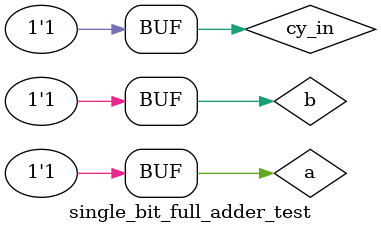
<source format=v>
`timescale 1ns / 1ps


module single_bit_full_adder_test;

	// Inputs
	reg a;
	reg b;
	reg cy_in;

	// Outputs
	wire sum;
	wire cy_out;

	// Instantiate the Unit Under Test (UUT)
	single_bit_full_adder uut (
		.a(a), 
		.b(b), 
		.cy_in(cy_in), 
		.sum(sum), 
		.cy_out(cy_out)
	);

	initial begin
		// Initialize Inputs
		a = 0;
		b = 0;
		cy_in = 0;

		// Wait 100 ns for global reset to finish
		#100;
        
		// Add stimulus here
		a = 1;
		b = 0;
		cy_in = 0;
		#100;
		
		a = 0;
		b = 1;
		cy_in = 0;
		#100;
		
		a = 1;
		b = 1;
		cy_in = 0;
		#100;
		
		a = 1;
		b = 0;
		cy_in = 1;
		#100;
		
		a = 0;
		b = 1;
		cy_in = 1;
		#100;
		
		a = 1;
		b = 1;
		cy_in = 1;
	end
      
endmodule


</source>
